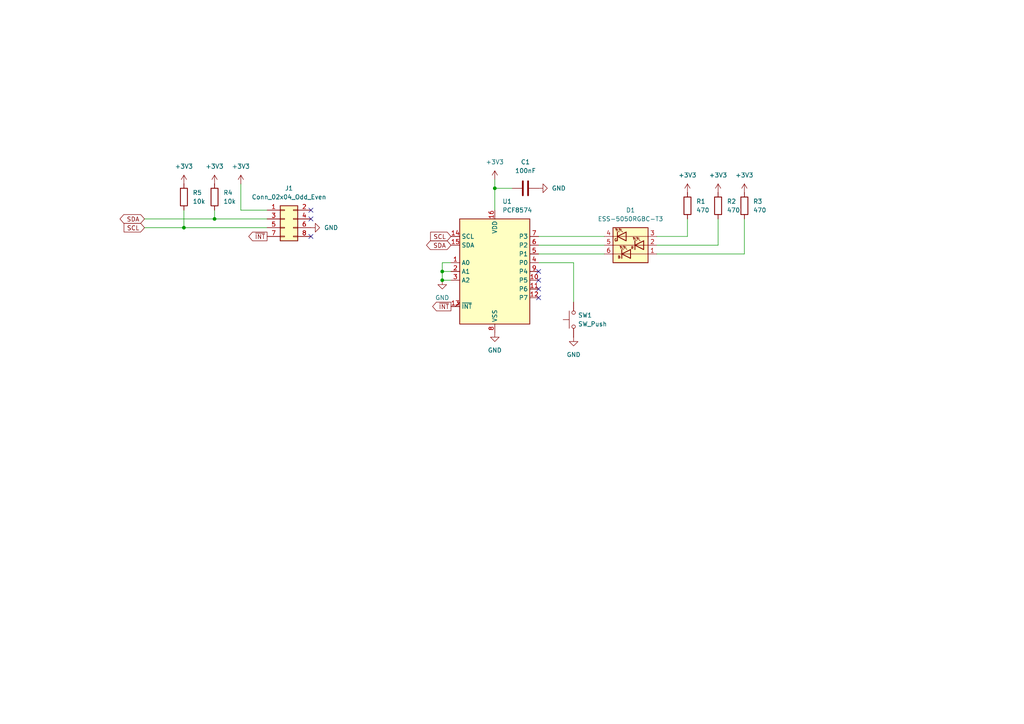
<source format=kicad_sch>
(kicad_sch (version 20231120) (generator "eeschema") (generator_version "8.0")
  (paper "A4")
  (lib_symbols
    (symbol "Connector_Generic:Conn_02x04_Odd_Even" (pin_names (offset 1.016) hide)
      (property "Reference" "J" (at 1.27 5.08 0))
      (property "Value" "Conn_02x04_Odd_Even" (at 1.27 -7.62 0))
      (symbol "Conn_02x04_Odd_Even_1_1"
        (rectangle (start -1.27 -4.953) (end 0 -5.207) (stroke (width 0.1524)))
        (rectangle (start -1.27 -2.413) (end 0 -2.667) (stroke (width 0.1524)))
        (rectangle (start -1.27 0.127) (end 0 -0.127) (stroke (width 0.1524)))
        (rectangle (start -1.27 2.667) (end 0 2.413) (stroke (width 0.1524)))
        (rectangle (start -1.27 3.81) (end 3.81 -6.35) (stroke (width 0.254)) (fill (type background)))
        (rectangle (start 3.81 -4.953) (end 2.54 -5.207) (stroke (width 0.1524)))
        (rectangle (start 3.81 -2.413) (end 2.54 -2.667) (stroke (width 0.1524)))
        (rectangle (start 3.81 0.127) (end 2.54 -0.127) (stroke (width 0.1524)))
        (rectangle (start 3.81 2.667) (end 2.54 2.413) (stroke (width 0.1524)))
        (pin passive line (at -5.08 2.54 0) (length 3.81) (name "Pin_1") (number "1"))
        (pin passive line (at 7.62 2.54 180) (length 3.81) (name "Pin_2") (number "2"))
        (pin passive line (at -5.08 0 0) (length 3.81) (name "Pin_3") (number "3"))
        (pin passive line (at 7.62 0 180) (length 3.81) (name "Pin_4") (number "4"))
        (pin passive line (at -5.08 -2.54 0) (length 3.81) (name "Pin_5") (number "5"))
        (pin passive line (at 7.62 -2.54 180) (length 3.81) (name "Pin_6") (number "6"))
        (pin passive line (at -5.08 -5.08 0) (length 3.81) (name "Pin_7") (number "7"))
        (pin passive line (at 7.62 -5.08 180) (length 3.81) (name "Pin_8") (number "8"))
      )
    )
    (symbol "Device:C" (pin_numbers hide) (pin_names (offset 0.254))
      (property "Reference" "C" (at 0.635 2.54 0))
      (property "Value" "C" (at 0.635 -2.54 0))
      (symbol "C_0_1"
        (polyline (pts (xy -2.032 -0.762) (xy 2.032 -0.762)) (stroke (width 0.508)))
        (polyline (pts (xy -2.032 0.762) (xy 2.032 0.762)) (stroke (width 0.508)))
      )
      (symbol "C_1_1"
        (pin passive line (at 0 3.81 270) (length 2.794) (name "~") (number "1"))
        (pin passive line (at 0 -3.81 90) (length 2.794) (name "~") (number "2"))
      )
    )
    (symbol "Device:R" (pin_numbers hide) (pin_names (offset 0))
      (property "Reference" "R" (at 2.032 0 90))
      (property "Value" "R" (at 0 0 90))
      (symbol "R_0_1"
        (rectangle (start -1.016 -2.54) (end 1.016 2.54) (stroke (width 0.254)))
      )
      (symbol "R_1_1"
        (pin passive line (at 0 3.81 270) (length 1.27) (name "~") (number "1"))
        (pin passive line (at 0 -3.81 90) (length 1.27) (name "~") (number "2"))
      )
    )
    (symbol "Interface_Expansion:PCF8574"
      (property "Reference" "U1" (at 2.1941 20.32 0))
      (property "Value" "PCF8574" (at 2.1941 17.78 0))
      (symbol "PCF8574_0_1"
        (rectangle (start -10.16 15.24) (end 10.16 -15.24) (stroke (width 0.254)) (fill (type background)))
      )
      (symbol "PCF8574_1_1"
        (pin input line (at -12.7 2.54 0) (length 2.54) (name "A0") (number "1"))
        (pin bidirectional line (at 12.7 -2.54 180) (length 2.54) (name "P5") (number "10"))
        (pin bidirectional line (at 12.7 -5.08 180) (length 2.54) (name "P6") (number "11"))
        (pin bidirectional line (at 12.7 -7.62 180) (length 2.54) (name "P7") (number "12"))
        (pin open_collector output_low (at -12.7 -10.16 0) (length 2.54) (name "~{INT}") (number "13"))
        (pin input line (at -12.7 10.16 0) (length 2.54) (name "SCL") (number "14"))
        (pin bidirectional line (at -12.7 7.62 0) (length 2.54) (name "SDA") (number "15"))
        (pin power_in line (at 0 17.78 270) (length 2.54) (name "VDD") (number "16"))
        (pin input line (at -12.7 0 0) (length 2.54) (name "A1") (number "2"))
        (pin input line (at -12.7 -2.54 0) (length 2.54) (name "A2") (number "3"))
        (pin bidirectional line (at 12.7 2.54 180) (length 2.54) (name "P0") (number "4"))
        (pin bidirectional line (at 12.7 5.08 180) (length 2.54) (name "P1") (number "5"))
        (pin bidirectional line (at 12.7 7.62 180) (length 2.54) (name "P2") (number "6"))
        (pin bidirectional line (at 12.7 10.16 180) (length 2.54) (name "P3") (number "7"))
        (pin power_in line (at 0 -17.78 90) (length 2.54) (name "VSS") (number "8"))
        (pin bidirectional line (at 12.7 0 180) (length 2.54) (name "P4") (number "9"))
      )
    )
    (symbol "LED:ASMT-YTB7-0AA02" (pin_names hide)
      (property "Reference" "D1" (at 0 10.16 0))
      (property "Value" "ESS-5050RGBC-T3" (at 0 7.62 0))
      (symbol "ASMT-YTB7-0AA02_0_0"
        (text "B" (at -3.302 -3.4544 0) (effects (font (size 0.762 0.762))))
        (text "G" (at -4.318 1.524 0) (effects (font (size 0.762 0.762))))
        (text "R" (at 0.508 -0.762 0) (effects (font (size 0.762 0.762))))
      )
      (symbol "ASMT-YTB7-0AA02_0_1"
        (rectangle (start -5.08 5.08) (end 5.08 -5.08) (stroke (width 0.254)) (fill (type background)))
        (polyline (pts (xy -5.08 -2.54) (xy 5.08 -2.54)))
        (polyline (pts (xy -5.08 0) (xy 5.08 0)))
        (polyline (pts (xy -5.08 2.54) (xy 5.08 2.54)))
        (polyline (pts (xy -3.81 3.81) (xy -3.81 1.27)) (stroke (width 0.254)))
        (polyline (pts (xy -3.302 3.81) (xy -4.318 4.826)))
        (polyline (pts (xy -2.54 -1.27) (xy -2.54 -3.81)) (stroke (width 0.254)))
        (polyline (pts (xy -2.286 3.81) (xy -3.302 4.826)))
        (polyline (pts (xy -2.032 -1.27) (xy -3.048 -0.254)))
        (polyline (pts (xy -1.016 -1.27) (xy -2.032 -0.254)))
        (polyline (pts (xy 1.27 1.27) (xy 1.27 -1.27)) (stroke (width 0.254)))
        (polyline (pts (xy 1.778 1.27) (xy 0.762 2.286)))
        (polyline (pts (xy 2.794 1.27) (xy 1.778 2.286)))
        (polyline (pts (xy -3.556 4.572) (xy -4.318 4.826) (xy -4.064 4.064)))
        (polyline (pts (xy -2.54 4.572) (xy -3.302 4.826) (xy -3.048 4.064)))
        (polyline (pts (xy -2.286 -0.508) (xy -3.048 -0.254) (xy -2.794 -1.016)))
        (polyline (pts (xy -1.778 -1.016) (xy -2.032 -0.254) (xy -1.27 -0.508)))
        (polyline (pts (xy 1.524 2.032) (xy 0.762 2.286) (xy 1.016 1.524)))
        (polyline (pts (xy 2.032 1.524) (xy 1.778 2.286) (xy 2.54 2.032)))
        (polyline (pts (xy -1.27 3.81) (xy -1.27 1.27) (xy -3.81 2.54) (xy -1.27 3.81)) (stroke (width 0.254)))
        (polyline (pts (xy 0 -1.27) (xy 0 -3.81) (xy -2.54 -2.54) (xy 0 -1.27)) (stroke (width 0.254)))
        (polyline (pts (xy 3.81 1.27) (xy 3.81 -1.27) (xy 1.27 0) (xy 3.81 1.27)) (stroke (width 0.254)))
      )
      (symbol "ASMT-YTB7-0AA02_1_1"
        (pin passive line (at 7.62 -2.54 180) (length 2.54) (name "KB") (number "1"))
        (pin passive line (at 7.62 0 180) (length 2.54) (name "KG") (number "2"))
        (pin passive line (at 7.62 2.54 180) (length 2.54) (name "KR") (number "3"))
        (pin passive line (at -7.62 2.54 0) (length 2.54) (name "AR") (number "4"))
        (pin passive line (at -7.62 0 0) (length 2.54) (name "AG") (number "5"))
        (pin passive line (at -7.62 -2.54 0) (length 2.54) (name "AB") (number "6"))
      )
    )
    (symbol "Switch:SW_Push" (pin_numbers hide) (pin_names (offset 1.016) hide)
      (property "Reference" "SW" (at 1.27 2.54 0))
      (property "Value" "SW_Push" (at 0 -1.524 0))
      (symbol "SW_Push_0_1"
        (circle (center -2.032 0) (radius 0.508))
        (polyline (pts (xy 0 1.27) (xy 0 3.048)))
        (polyline (pts (xy 2.54 1.27) (xy -2.54 1.27)))
        (circle (center 2.032 0) (radius 0.508))
        (pin passive line (at -5.08 0 0) (length 2.54) (name "1") (number "1"))
        (pin passive line (at 5.08 0 180) (length 2.54) (name "2") (number "2"))
      )
    )
    (symbol "power:+3V3" (power) (pin_numbers hide) (pin_names (offset 0) hide)
      (property "Value" "+3V3" (at 0 3.556 0))
      (symbol "+3V3_0_1"
        (polyline (pts (xy -0.762 1.27) (xy 0 2.54)))
        (polyline (pts (xy 0 0) (xy 0 2.54)))
        (polyline (pts (xy 0 2.54) (xy 0.762 1.27)))
      )
      (symbol "+3V3_1_1"
        (pin power_in line (at 0 0 90) (length 0) (name "~") (number "1"))
      )
    )
    (symbol "power:GND" (power) (pin_numbers hide) (pin_names (offset 0) hide)
      (property "Value" "GND" (at 0 -3.81 0))
      (symbol "GND_0_1"
        (polyline (pts (xy 0 0) (xy 0 -1.27) (xy 1.27 -1.27) (xy 0 -2.54) (xy -1.27 -1.27) (xy 0 -1.27)))
      )
      (symbol "GND_1_1"
        (pin power_in line (at 0 0 270) (length 0) (name "~") (number "1"))
      )
    )
  )
  (junction (at 62.23 63.5))
  (junction (at 143.51 54.61))
  (junction (at 53.34 66.04))
  (junction (at 128.27 81.28))
  (junction (at 128.27 78.74))
  (no_connect (at 156.21 86.36))
  (no_connect (at 156.21 78.74))
  (no_connect (at 90.17 60.96))
  (no_connect (at 90.17 68.58))
  (no_connect (at 156.21 81.28))
  (no_connect (at 156.21 83.82))
  (no_connect (at 90.17 63.5))
  (wire (pts (xy 69.85 60.96) (xy 77.47 60.96)))
  (wire (pts (xy 77.47 63.5) (xy 62.23 63.5)))
  (wire (pts (xy 53.34 66.04) (xy 41.91 66.04)))
  (wire (pts (xy 156.21 76.2) (xy 166.37 76.2)))
  (wire (pts (xy 128.27 78.74) (xy 128.27 76.2)))
  (wire (pts (xy 69.85 53.34) (xy 69.85 60.96)))
  (wire (pts (xy 143.51 54.61) (xy 143.51 60.96)))
  (wire (pts (xy 143.51 54.61) (xy 143.51 52.07)))
  (wire (pts (xy 128.27 76.2) (xy 130.81 76.2)))
  (wire (pts (xy 156.21 73.66) (xy 175.26 73.66)))
  (wire (pts (xy 156.21 71.12) (xy 175.26 71.12)))
  (wire (pts (xy 215.9 63.5) (xy 215.9 73.66)))
  (wire (pts (xy 166.37 76.2) (xy 166.37 87.63)))
  (wire (pts (xy 77.47 66.04) (xy 53.34 66.04)))
  (wire (pts (xy 62.23 63.5) (xy 62.23 60.96)))
  (wire (pts (xy 148.59 54.61) (xy 143.51 54.61)))
  (wire (pts (xy 128.27 81.28) (xy 130.81 81.28)))
  (wire (pts (xy 128.27 81.28) (xy 128.27 78.74)))
  (wire (pts (xy 208.28 71.12) (xy 208.28 63.5)))
  (wire (pts (xy 199.39 68.58) (xy 190.5 68.58)))
  (wire (pts (xy 199.39 63.5) (xy 199.39 68.58)))
  (wire (pts (xy 41.91 63.5) (xy 62.23 63.5)))
  (wire (pts (xy 215.9 73.66) (xy 190.5 73.66)))
  (wire (pts (xy 53.34 66.04) (xy 53.34 60.96)))
  (wire (pts (xy 190.5 71.12) (xy 208.28 71.12)))
  (wire (pts (xy 128.27 78.74) (xy 130.81 78.74)))
  (wire (pts (xy 156.21 68.58) (xy 175.26 68.58)))
  (global_label "SCL" (shape input) (at 41.91 66.04 180) (property "Intersheetrefs" "${INTERSHEET_REFS}" (effects (hide yes))))
  (global_label "~{INT}" (shape output) (at 77.47 68.58 180) (property "Intersheetrefs" "${INTERSHEET_REFS}" (effects (hide yes))))
  (global_label "SCL" (shape input) (at 130.81 68.58 180) (property "Intersheetrefs" "${INTERSHEET_REFS}" (effects (hide yes))))
  (global_label "~{INT}" (shape output) (at 130.81 88.9 180) (property "Intersheetrefs" "${INTERSHEET_REFS}" (effects (hide yes))))
  (global_label "SDA" (shape bidirectional) (at 41.91 63.5 180) (property "Intersheetrefs" "${INTERSHEET_REFS}" (effects (hide yes))))
  (global_label "SDA" (shape bidirectional) (at 130.81 71.12 180) (property "Intersheetrefs" "${INTERSHEET_REFS}" (effects (hide yes))))
  (symbol (lib_id "power:GND") (at 143.51 96.52 0) (unit 1)
    (property "Reference" "#PWR04" (effects (hide yes)))
    (property "Value" "GND" (at 143.51 101.6 0))
    (property "Description" "Power symbol creates a global label with name \"GND\" , ground" (effects (hide yes)))
  )
  (symbol (lib_id "power:GND") (at 156.21 54.61 90) (unit 1)
    (property "Reference" "#PWR011" (effects (hide yes)))
    (property "Value" "GND" (at 160.02 54.6099 90) (effects (justify right)))
    (property "Description" "Power symbol creates a global label with name \"GND\" , ground" (effects (hide yes)))
  )
  (symbol (lib_id "power:+3V3") (at 62.23 53.34 0) (unit 1)
    (property "Reference" "#PWR09" (effects (hide yes)))
    (property "Value" "+3V3" (at 62.23 48.26 0))
    (property "Description" "Power symbol creates a global label with name \"+3V3\"" (effects (hide yes)))
  )
  (symbol (lib_id "power:+3V3") (at 53.34 53.34 0) (unit 1)
    (property "Reference" "#PWR010" (effects (hide yes)))
    (property "Value" "+3V3" (at 53.34 48.26 0))
    (property "Description" "Power symbol creates a global label with name \"+3V3\"" (effects (hide yes)))
  )
  (symbol (lib_id "Device:R") (at 199.39 59.69 0) (unit 1)
    (property "Reference" "R1" (at 201.93 58.4199 0) (effects (justify left)))
    (property "Value" "470" (at 201.93 60.9599 0) (effects (justify left)))
    (property "Footprint" "Resistor_SMD:R_0603_1608Metric_Pad0.98x0.95mm_HandSolder" (effects (hide yes)))
    (property "Description" "Resistor" (effects (hide yes)))
  )
  (symbol (lib_id "Connector_Generic:Conn_02x04_Odd_Even") (at 82.55 63.5 0) (unit 1)
    (property "Reference" "J1" (at 83.82 54.61 0))
    (property "Value" "Conn_02x04_Odd_Even" (at 83.82 57.15 0))
    (property "Footprint" "Connector_PinSocket_2.54mm:PinSocket_2x04_P2.54mm_Vertical" (effects (hide yes)))
    (property "Description" "Generic connector, double row, 02x04, odd/even pin numbering scheme (row 1 odd numbers, row 2 even numbers), script generated (kicad-library-utils/schlib/autogen/connector/)" (effects (hide yes)))
  )
  (symbol (lib_id "Interface_Expansion:PCF8574") (at 143.51 78.74 0) (unit 1)
    (property "Reference" "U1" (at 145.7041 58.42 0) (effects (justify left)))
    (property "Value" "PCF8574" (at 145.7041 60.96 0) (effects (justify left)))
    (property "Footprint" "Package_SO:SOIC-16W_7.5x10.3mm_P1.27mm" (effects (hide yes)))
    (property "Datasheet" "http://www.nxp.com/docs/en/data-sheet/PCF8574_PCF8574A.pdf" (effects (hide yes)))
    (property "Description" "8 Bit Port/Expander to I2C Bus, DIP/SOIC-16" (effects (hide yes)))
  )
  (symbol (lib_id "power:+3V3") (at 208.28 55.88 0) (unit 1)
    (property "Reference" "#PWR02" (effects (hide yes)))
    (property "Value" "+3V3" (at 208.28 50.8 0))
    (property "Description" "Power symbol creates a global label with name \"+3V3\"" (effects (hide yes)))
  )
  (symbol (lib_id "power:+3V3") (at 199.39 55.88 0) (unit 1)
    (property "Reference" "#PWR01" (effects (hide yes)))
    (property "Value" "+3V3" (at 199.39 50.8 0))
    (property "Description" "Power symbol creates a global label with name \"+3V3\"" (effects (hide yes)))
  )
  (symbol (lib_id "power:+3V3") (at 143.51 52.07 0) (unit 1)
    (property "Reference" "#PWR05" (effects (hide yes)))
    (property "Value" "+3V3" (at 143.51 46.99 0))
    (property "Description" "Power symbol creates a global label with name \"+3V3\"" (effects (hide yes)))
  )
  (symbol (lib_id "power:+3V3") (at 215.9 55.88 0) (unit 1)
    (property "Reference" "#PWR03" (effects (hide yes)))
    (property "Value" "+3V3" (at 215.9 50.8 0))
    (property "Description" "Power symbol creates a global label with name \"+3V3\"" (effects (hide yes)))
  )
  (symbol (lib_id "Switch:SW_Push") (at 166.37 92.71 90) (unit 1)
    (property "Reference" "SW1" (at 167.64 91.4399 90) (effects (justify right)))
    (property "Value" "SW_Push" (at 167.64 93.9799 90) (effects (justify right)))
    (property "Footprint" "Button_Switch_SMD:SW_SPST_PTS645" (effects (hide yes)))
    (property "Description" "Push button switch, generic, two pins" (effects (hide yes)))
  )
  (symbol (lib_id "LED:ASMT-YTB7-0AA02") (at 182.88 71.12 0) (unit 1)
    (property "Reference" "D1" (at 182.88 60.96 0))
    (property "Value" "ESS-5050RGBC-T3" (at 182.88 63.5 0))
    (property "Footprint" "LED_SMD:LED_RGB_5050-6" (effects (hide yes)))
    (property "Datasheet" "https://docs.broadcom.com/docs/AV02-3793EN" (effects (hide yes)))
    (property "Description" "Triple LED RVB (Avago Technology)" (effects (hide yes)))
    (property "Bestellnummer" "https://www.pollin.de/p/everstar-rgb-smd-leds-ess-5050rgbc-t3-5-mm-10-stueck-121335" (effects (hide yes)))
  )
  (symbol (lib_id "power:+3V3") (at 69.85 53.34 0) (unit 1)
    (property "Reference" "#PWR08" (effects (hide yes)))
    (property "Value" "+3V3" (at 69.85 48.26 0))
    (property "Description" "Power symbol creates a global label with name \"+3V3\"" (effects (hide yes)))
  )
  (symbol (lib_id "Device:C") (at 152.4 54.61 90) (unit 1)
    (property "Reference" "C1" (at 152.4 46.99 90))
    (property "Value" "100nF" (at 152.4 49.53 90))
    (property "Footprint" "Capacitor_SMD:C_0603_1608Metric_Pad1.08x0.95mm_HandSolder" (effects (hide yes)))
    (property "Description" "Unpolarized capacitor" (effects (hide yes)))
  )
  (symbol (lib_id "Device:R") (at 208.28 59.69 0) (unit 1)
    (property "Reference" "R2" (at 210.82 58.4199 0) (effects (justify left)))
    (property "Value" "470" (at 210.82 60.9599 0) (effects (justify left)))
    (property "Footprint" "Resistor_SMD:R_0603_1608Metric_Pad0.98x0.95mm_HandSolder" (effects (hide yes)))
    (property "Description" "Resistor" (effects (hide yes)))
  )
  (symbol (lib_id "Device:R") (at 62.23 57.15 0) (unit 1)
    (property "Reference" "R4" (at 64.77 55.8799 0) (effects (justify left)))
    (property "Value" "10k" (at 64.77 58.4199 0) (effects (justify left)))
    (property "Footprint" "Resistor_SMD:R_0603_1608Metric_Pad0.98x0.95mm_HandSolder" (effects (hide yes)))
    (property "Description" "Resistor" (effects (hide yes)))
  )
  (symbol (lib_id "power:GND") (at 166.37 97.79 0) (unit 1)
    (property "Reference" "#PWR06" (effects (hide yes)))
    (property "Value" "GND" (at 166.37 102.87 0))
    (property "Description" "Power symbol creates a global label with name \"GND\" , ground" (effects (hide yes)))
  )
  (symbol (lib_id "Device:R") (at 53.34 57.15 0) (unit 1)
    (property "Reference" "R5" (at 55.88 55.8799 0) (effects (justify left)))
    (property "Value" "10k" (at 55.88 58.4199 0) (effects (justify left)))
    (property "Footprint" "Resistor_SMD:R_0603_1608Metric_Pad0.98x0.95mm_HandSolder" (effects (hide yes)))
    (property "Description" "Resistor" (effects (hide yes)))
  )
  (symbol (lib_id "power:GND") (at 128.27 81.28 0) (mirror y) (unit 1)
    (property "Reference" "#PWR012" (effects (hide yes)))
    (property "Value" "GND" (at 128.27 86.36 0))
    (property "Description" "Power symbol creates a global label with name \"GND\" , ground" (effects (hide yes)))
  )
  (symbol (lib_id "power:GND") (at 90.17 66.04 90) (unit 1)
    (property "Reference" "#PWR07" (effects (hide yes)))
    (property "Value" "GND" (at 93.98 66.0399 90) (effects (justify right)))
    (property "Description" "Power symbol creates a global label with name \"GND\" , ground" (effects (hide yes)))
  )
  (symbol (lib_id "Device:R") (at 215.9 59.69 0) (unit 1)
    (property "Reference" "R3" (at 218.44 58.4199 0) (effects (justify left)))
    (property "Value" "470" (at 218.44 60.9599 0) (effects (justify left)))
    (property "Footprint" "Resistor_SMD:R_0603_1608Metric_Pad0.98x0.95mm_HandSolder" (effects (hide yes)))
    (property "Description" "Resistor" (effects (hide yes)))
  )
)
</source>
